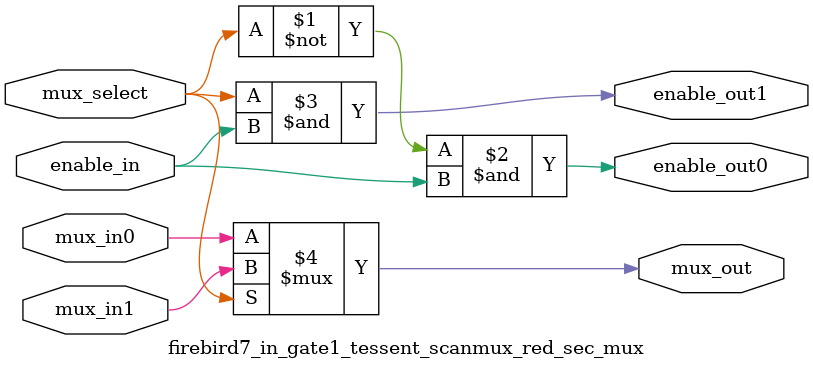
<source format=sv>

module firebird7_in_gate1_tessent_scanmux_red_sec_mux (
  input wire mux_in0,
  input wire mux_in1,
  output wire mux_out,
  input wire mux_select,
  input wire enable_in,
  output wire enable_out0,
  output wire enable_out1
);
  assign enable_out0     = ~mux_select & enable_in;
  assign enable_out1     =  mux_select & enable_in;
 
  assign mux_out         = mux_select ? mux_in1 : mux_in0;
 
endmodule

</source>
